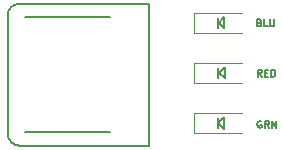
<source format=gto>
%TF.GenerationSoftware,KiCad,Pcbnew,4.0.7*%
%TF.CreationDate,2017-09-24T07:07:02-05:00*%
%TF.ProjectId,USB_Port_Tester,5553425F506F72745F5465737465722E,1.0*%
%TF.FileFunction,Legend,Top*%
%FSLAX46Y46*%
G04 Gerber Fmt 4.6, Leading zero omitted, Abs format (unit mm)*
G04 Created by KiCad (PCBNEW 4.0.7) date 09/24/17 07:07:02*
%MOMM*%
%LPD*%
G01*
G04 APERTURE LIST*
%ADD10C,0.127000*%
%ADD11C,0.120000*%
%ADD12C,0.150000*%
G04 APERTURE END LIST*
D10*
X155949715Y-102877943D02*
X156035429Y-102906514D01*
X156064001Y-102935086D01*
X156092572Y-102992229D01*
X156092572Y-103077943D01*
X156064001Y-103135086D01*
X156035429Y-103163657D01*
X155978287Y-103192229D01*
X155749715Y-103192229D01*
X155749715Y-102592229D01*
X155949715Y-102592229D01*
X156006858Y-102620800D01*
X156035429Y-102649371D01*
X156064001Y-102706514D01*
X156064001Y-102763657D01*
X156035429Y-102820800D01*
X156006858Y-102849371D01*
X155949715Y-102877943D01*
X155749715Y-102877943D01*
X156635429Y-103192229D02*
X156349715Y-103192229D01*
X156349715Y-102592229D01*
X156835429Y-102592229D02*
X156835429Y-103077943D01*
X156864001Y-103135086D01*
X156892572Y-103163657D01*
X156949715Y-103192229D01*
X157064001Y-103192229D01*
X157121143Y-103163657D01*
X157149715Y-103135086D01*
X157178286Y-103077943D01*
X157178286Y-102592229D01*
X156129086Y-107459429D02*
X155929086Y-107173714D01*
X155786229Y-107459429D02*
X155786229Y-106859429D01*
X156014801Y-106859429D01*
X156071943Y-106888000D01*
X156100515Y-106916571D01*
X156129086Y-106973714D01*
X156129086Y-107059429D01*
X156100515Y-107116571D01*
X156071943Y-107145143D01*
X156014801Y-107173714D01*
X155786229Y-107173714D01*
X156386229Y-107145143D02*
X156586229Y-107145143D01*
X156671943Y-107459429D02*
X156386229Y-107459429D01*
X156386229Y-106859429D01*
X156671943Y-106859429D01*
X156929086Y-107459429D02*
X156929086Y-106859429D01*
X157071943Y-106859429D01*
X157157658Y-106888000D01*
X157214800Y-106945143D01*
X157243372Y-107002286D01*
X157271943Y-107116571D01*
X157271943Y-107202286D01*
X157243372Y-107316571D01*
X157214800Y-107373714D01*
X157157658Y-107430857D01*
X157071943Y-107459429D01*
X156929086Y-107459429D01*
X156108458Y-111206000D02*
X156051315Y-111177429D01*
X155965601Y-111177429D01*
X155879886Y-111206000D01*
X155822744Y-111263143D01*
X155794172Y-111320286D01*
X155765601Y-111434571D01*
X155765601Y-111520286D01*
X155794172Y-111634571D01*
X155822744Y-111691714D01*
X155879886Y-111748857D01*
X155965601Y-111777429D01*
X156022744Y-111777429D01*
X156108458Y-111748857D01*
X156137029Y-111720286D01*
X156137029Y-111520286D01*
X156022744Y-111520286D01*
X156737029Y-111777429D02*
X156537029Y-111491714D01*
X156394172Y-111777429D02*
X156394172Y-111177429D01*
X156622744Y-111177429D01*
X156679886Y-111206000D01*
X156708458Y-111234571D01*
X156737029Y-111291714D01*
X156737029Y-111377429D01*
X156708458Y-111434571D01*
X156679886Y-111463143D01*
X156622744Y-111491714D01*
X156394172Y-111491714D01*
X156994172Y-111777429D02*
X156994172Y-111177429D01*
X157337029Y-111777429D01*
X157337029Y-111177429D01*
X152958800Y-111912400D02*
X152450800Y-111404400D01*
X152958800Y-110896400D02*
X152958800Y-111912400D01*
X152450800Y-111404400D02*
X152958800Y-110896400D01*
X152400000Y-110998000D02*
X152400000Y-111810800D01*
X153009600Y-107594400D02*
X152552400Y-107137200D01*
X153009600Y-106629200D02*
X153009600Y-107594400D01*
X152400000Y-107238800D02*
X153009600Y-106629200D01*
X152400000Y-106730800D02*
X152400000Y-107543600D01*
X152958800Y-103378000D02*
X152501600Y-102920800D01*
X152958800Y-102412800D02*
X152958800Y-103378000D01*
X152400000Y-102971600D02*
X152958800Y-102412800D01*
X152400000Y-103327200D02*
X152400000Y-102920800D01*
X152400000Y-102514400D02*
X152400000Y-103327200D01*
D11*
X150357000Y-102071000D02*
X150357000Y-103771000D01*
X150407000Y-103771000D02*
X154457000Y-103771000D01*
X150407000Y-102071000D02*
X154457000Y-102071000D01*
X150357000Y-106287000D02*
X150357000Y-107987000D01*
X150407000Y-107987000D02*
X154457000Y-107987000D01*
X150407000Y-106287000D02*
X154457000Y-106287000D01*
X150357000Y-110554000D02*
X150357000Y-112254000D01*
X150407000Y-112254000D02*
X154457000Y-112254000D01*
X150407000Y-110554000D02*
X154457000Y-110554000D01*
D12*
X146620000Y-101290000D02*
X135620000Y-101290000D01*
X135620000Y-113290000D02*
X146620000Y-113290000D01*
X134620000Y-102290000D02*
X134620000Y-112290000D01*
X134620000Y-112290000D02*
G75*
G03X135620000Y-113290000I1000000J0D01*
G01*
X135620000Y-101290000D02*
G75*
G03X134620000Y-102290000I0J-1000000D01*
G01*
X143270000Y-102440000D02*
X136120000Y-102440000D01*
X136120000Y-112140000D02*
X143270000Y-112140000D01*
X146620000Y-113290000D02*
X146620000Y-101290000D01*
M02*

</source>
